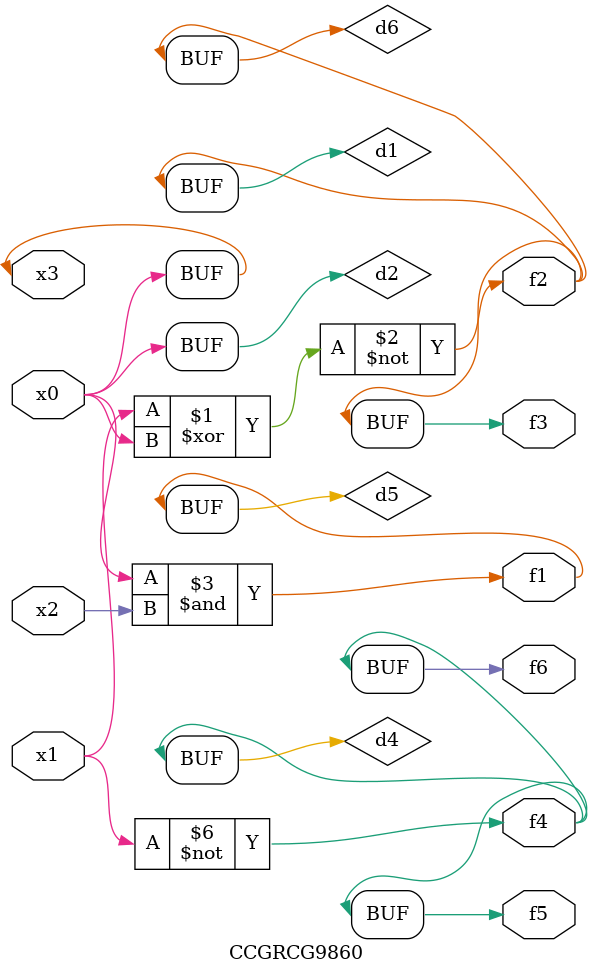
<source format=v>
module CCGRCG9860(
	input x0, x1, x2, x3,
	output f1, f2, f3, f4, f5, f6
);

	wire d1, d2, d3, d4, d5, d6;

	xnor (d1, x1, x3);
	buf (d2, x0, x3);
	nand (d3, x0, x2);
	not (d4, x1);
	nand (d5, d3);
	or (d6, d1);
	assign f1 = d5;
	assign f2 = d6;
	assign f3 = d6;
	assign f4 = d4;
	assign f5 = d4;
	assign f6 = d4;
endmodule

</source>
